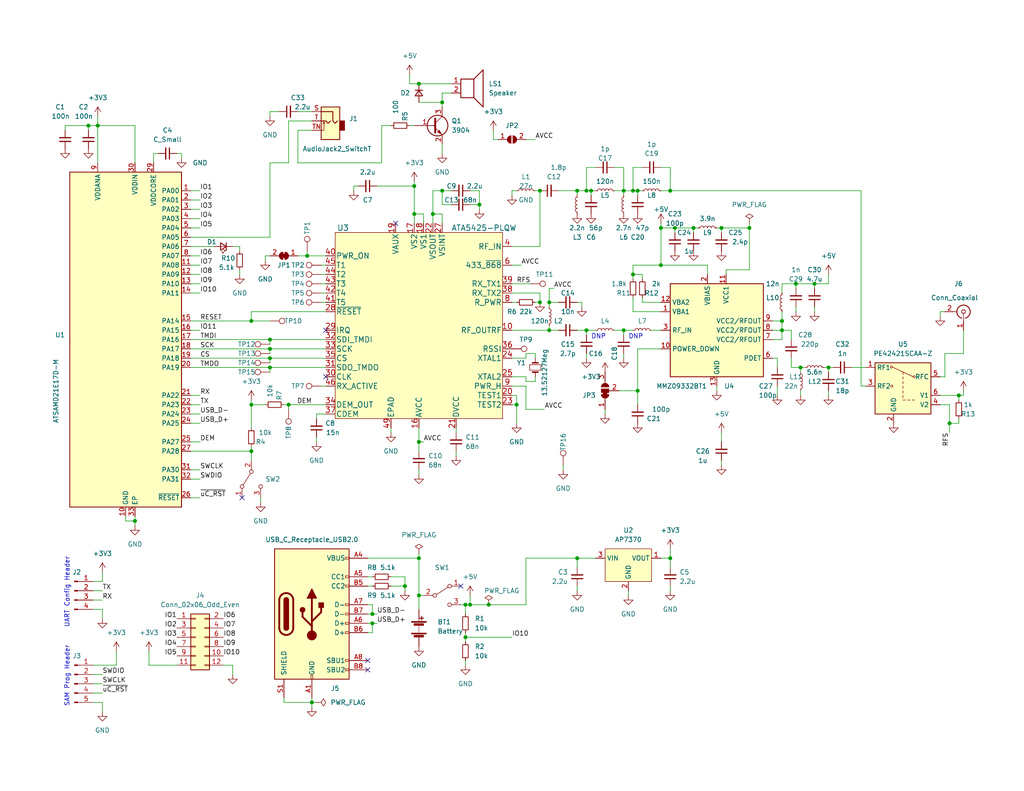
<source format=kicad_sch>
(kicad_sch (version 20230121) (generator eeschema)
  (paper "USLetter")
  (title_block (title "BPCW Hardware") (date "2022-09-11") (rev "1") (company "W1MX @ MIT") (comment 1 "Designed by Hans Gaensbauer"))
  (junction (at 196.85 62.23))
  (junction (at 182.88 52.07))
  (junction (at 73.66 97.79))
  (junction (at 133.35 165.1))
  (junction (at 26.67 34.29))
  (junction (at 101.6 167.64))
  (junction (at 120.65 52.07))
  (junction (at 157.48 152.4))
  (junction (at 68.58 110.49))
  (junction (at 170.18 90.17))
  (junction (at 78.74 110.49))
  (junction (at 24.13 34.29))
  (junction (at 114.3 162.56))
  (junction (at 36.83 142.24))
  (junction (at 127 165.1))
  (junction (at 113.03 50.8))
  (junction (at 83.82 69.85))
  (junction (at 101.6 170.18))
  (junction (at 73.66 100.33))
  (junction (at 213.36 87.63))
  (junction (at 184.15 62.23))
  (junction (at 160.02 52.07))
  (junction (at 85.09 191.77))
  (junction (at 147.32 82.55))
  (junction (at 149.86 90.17))
  (junction (at 189.23 62.23))
  (junction (at 114.3 120.65))
  (junction (at 73.66 92.71))
  (junction (at 217.17 77.47))
  (junction (at 182.88 152.4))
  (junction (at 130.81 55.88))
  (junction (at 140.97 110.49))
  (junction (at 173.99 52.07))
  (junction (at 114.3 152.4))
  (junction (at 147.32 52.07))
  (junction (at 259.08 115.57))
  (junction (at 127 173.99))
  (junction (at 180.34 72.39))
  (junction (at 68.58 123.19))
  (junction (at 180.34 62.23))
  (junction (at 128.27 165.1))
  (junction (at 118.11 58.42))
  (junction (at 172.72 74.93))
  (junction (at 170.18 52.07))
  (junction (at 218.44 100.33))
  (junction (at 222.25 77.47))
  (junction (at 73.66 95.25))
  (junction (at 261.62 107.95))
  (junction (at 226.06 100.33))
  (junction (at 204.47 62.23))
  (junction (at 173.99 106.68))
  (junction (at 157.48 52.07))
  (junction (at 113.03 58.42))
  (junction (at 161.29 52.07))
  (junction (at 114.3 22.86))
  (junction (at 110.49 160.02))
  (junction (at 120.65 27.94))
  (junction (at 172.72 52.07))
  (junction (at 149.86 82.55))
  (junction (at 68.58 87.63))
  (junction (at 213.36 90.17))
  (junction (at 160.02 90.17))
  (no_connect (at 66.04 135.89))
  (no_connect (at 88.9 90.17))
  (no_connect (at 88.9 102.87))
  (no_connect (at 125.73 160.02))
  (no_connect (at 107.95 60.96))
  (no_connect (at 100.33 180.34))
  (no_connect (at 100.33 182.88))
  (wire (pts (xy 78.74 110.49) (xy 78.74 111.76)))
  (wire (pts (xy 86.36 119.38) (xy 86.36 120.65)))
  (wire (pts (xy 165.1 111.76) (xy 165.1 113.03)))
  (wire (pts (xy 26.67 34.29) (xy 26.67 44.45)))
  (wire (pts (xy 101.6 167.64) (xy 102.87 167.64)))
  (wire (pts (xy 182.88 45.72) (xy 182.88 52.07)))
  (wire (pts (xy 130.81 55.88) (xy 130.81 57.15)))
  (wire (pts (xy 184.15 62.23) (xy 180.34 62.23)))
  (wire (pts (xy 65.405 73.66) (xy 65.405 74.93)))
  (wire (pts (xy 226.06 100.33) (xy 227.33 100.33)))
  (wire (pts (xy 73.66 44.45) (xy 73.66 64.77)))
  (wire (pts (xy 212.09 105.41) (xy 212.09 107.95)))
  (wire (pts (xy 120.65 52.07) (xy 123.19 52.07)))
  (wire (pts (xy 101.6 170.18) (xy 102.87 170.18)))
  (wire (pts (xy 114.3 162.56) (xy 114.3 166.37)))
  (wire (pts (xy 143.51 96.52) (xy 146.05 96.52)))
  (wire (pts (xy 111.76 34.29) (xy 113.03 34.29)))
  (wire (pts (xy 52.07 130.81) (xy 54.61 130.81)))
  (wire (pts (xy 83.82 69.85) (xy 88.9 69.85)))
  (wire (pts (xy 81.28 30.48) (xy 85.09 30.48)))
  (wire (pts (xy 87.63 77.47) (xy 88.9 77.47)))
  (wire (pts (xy 180.34 85.09) (xy 172.72 85.09)))
  (wire (pts (xy 120.65 58.42) (xy 120.65 60.96)))
  (wire (pts (xy 222.25 77.47) (xy 222.25 78.74)))
  (wire (pts (xy 17.78 35.56) (xy 17.78 34.29)))
  (wire (pts (xy 85.09 190.5) (xy 85.09 191.77)))
  (wire (pts (xy 172.72 45.72) (xy 172.72 52.07)))
  (wire (pts (xy 172.72 72.39) (xy 180.34 72.39)))
  (wire (pts (xy 120.65 55.88) (xy 120.65 52.07)))
  (wire (pts (xy 262.89 96.52) (xy 257.81 96.52)))
  (wire (pts (xy 113.03 58.42) (xy 113.03 60.96)))
  (wire (pts (xy 261.62 107.95) (xy 261.62 109.22)))
  (wire (pts (xy 210.82 87.63) (xy 213.36 87.63)))
  (wire (pts (xy 259.08 115.57) (xy 259.08 118.11)))
  (wire (pts (xy 52.07 90.17) (xy 54.61 90.17)))
  (wire (pts (xy 173.99 95.25) (xy 180.34 95.25)))
  (wire (pts (xy 100.33 157.48) (xy 101.6 157.48)))
  (wire (pts (xy 63.5 181.61) (xy 60.96 181.61)))
  (wire (pts (xy 170.18 52.07) (xy 172.72 52.07)))
  (wire (pts (xy 87.63 82.55) (xy 88.9 82.55)))
  (wire (pts (xy 40.64 177.8) (xy 40.64 181.61)))
  (wire (pts (xy 118.11 52.07) (xy 118.11 58.42)))
  (wire (pts (xy 77.47 190.5) (xy 77.47 191.77)))
  (wire (pts (xy 175.26 81.28) (xy 175.26 82.55)))
  (wire (pts (xy 212.09 97.79) (xy 212.09 100.33)))
  (wire (pts (xy 41.91 41.91) (xy 41.91 44.45)))
  (wire (pts (xy 170.18 96.52) (xy 170.18 97.79)))
  (wire (pts (xy 52.07 52.07) (xy 54.61 52.07)))
  (wire (pts (xy 134.62 35.56) (xy 134.62 38.1)))
  (wire (pts (xy 160.02 45.72) (xy 160.02 52.07)))
  (wire (pts (xy 68.58 110.49) (xy 72.39 110.49)))
  (wire (pts (xy 189.23 62.23) (xy 189.23 63.5)))
  (wire (pts (xy 261.62 115.57) (xy 261.62 114.3)))
  (wire (pts (xy 170.18 45.72) (xy 170.18 52.07)))
  (wire (pts (xy 68.58 85.09) (xy 68.58 87.63)))
  (wire (pts (xy 34.29 142.24) (xy 36.83 142.24)))
  (wire (pts (xy 140.97 107.95) (xy 140.97 110.49)))
  (wire (pts (xy 190.5 62.23) (xy 189.23 62.23)))
  (wire (pts (xy 149.86 78.74) (xy 151.13 78.74)))
  (wire (pts (xy 52.07 92.71) (xy 73.66 92.71)))
  (wire (pts (xy 172.72 81.28) (xy 172.72 85.09)))
  (wire (pts (xy 182.88 160.02) (xy 182.88 161.29)))
  (wire (pts (xy 222.25 85.09) (xy 222.25 83.82)))
  (wire (pts (xy 52.07 80.01) (xy 54.61 80.01)))
  (wire (pts (xy 140.97 110.49) (xy 140.97 115.57)))
  (wire (pts (xy 100.33 167.64) (xy 101.6 167.64)))
  (wire (pts (xy 262.89 106.68) (xy 262.89 107.95)))
  (wire (pts (xy 63.5 184.15) (xy 63.5 181.61)))
  (wire (pts (xy 25.4 186.69) (xy 27.94 186.69)))
  (wire (pts (xy 96.52 52.07) (xy 96.52 50.8)))
  (wire (pts (xy 173.99 110.49) (xy 173.99 106.68)))
  (wire (pts (xy 218.44 100.33) (xy 219.71 100.33)))
  (wire (pts (xy 167.64 90.17) (xy 170.18 90.17)))
  (wire (pts (xy 36.83 34.29) (xy 36.83 44.45)))
  (wire (pts (xy 157.48 52.07) (xy 160.02 52.07)))
  (wire (pts (xy 118.11 60.96) (xy 118.11 58.42)))
  (wire (pts (xy 147.32 80.01) (xy 147.32 82.55)))
  (wire (pts (xy 125.73 165.1) (xy 127 165.1)))
  (wire (pts (xy 31.75 177.8) (xy 31.75 181.61)))
  (wire (pts (xy 162.56 45.72) (xy 160.02 45.72)))
  (wire (pts (xy 101.6 165.1) (xy 101.6 167.64)))
  (wire (pts (xy 100.33 170.18) (xy 101.6 170.18)))
  (wire (pts (xy 27.94 158.75) (xy 25.4 158.75)))
  (wire (pts (xy 114.3 116.84) (xy 114.3 120.65)))
  (wire (pts (xy 213.36 77.47) (xy 213.36 80.01)))
  (wire (pts (xy 24.13 35.56) (xy 24.13 34.29)))
  (wire (pts (xy 52.07 115.57) (xy 54.61 115.57)))
  (wire (pts (xy 52.07 59.69) (xy 54.61 59.69)))
  (wire (pts (xy 149.86 82.55) (xy 152.4 82.55)))
  (wire (pts (xy 218.44 100.33) (xy 218.44 101.6)))
  (wire (pts (xy 153.67 127) (xy 153.67 128.27)))
  (wire (pts (xy 120.65 25.4) (xy 120.65 27.94)))
  (wire (pts (xy 100.33 160.02) (xy 101.6 160.02)))
  (wire (pts (xy 73.66 97.79) (xy 88.9 97.79)))
  (wire (pts (xy 161.29 52.07) (xy 161.29 53.34)))
  (wire (pts (xy 77.47 110.49) (xy 78.74 110.49)))
  (wire (pts (xy 127 165.1) (xy 128.27 165.1)))
  (wire (pts (xy 160.02 90.17) (xy 160.02 91.44)))
  (wire (pts (xy 78.74 44.45) (xy 73.66 44.45)))
  (wire (pts (xy 256.54 85.09) (xy 257.81 85.09)))
  (wire (pts (xy 104.14 34.29) (xy 104.14 44.45)))
  (wire (pts (xy 139.7 80.01) (xy 147.32 80.01)))
  (wire (pts (xy 217.17 77.47) (xy 222.25 77.47)))
  (wire (pts (xy 217.17 77.47) (xy 213.36 77.47)))
  (wire (pts (xy 104.14 34.29) (xy 106.68 34.29)))
  (wire (pts (xy 81.28 35.56) (xy 85.09 35.56)))
  (wire (pts (xy 262.89 90.17) (xy 262.89 96.52)))
  (wire (pts (xy 100.33 152.4) (xy 114.3 152.4)))
  (wire (pts (xy 87.63 80.01) (xy 88.9 80.01)))
  (wire (pts (xy 17.78 34.29) (xy 24.13 34.29)))
  (wire (pts (xy 78.74 110.49) (xy 88.9 110.49)))
  (wire (pts (xy 114.3 22.86) (xy 123.19 22.86)))
  (wire (pts (xy 142.24 72.39) (xy 139.7 72.39)))
  (wire (pts (xy 215.9 92.71) (xy 215.9 90.17)))
  (wire (pts (xy 182.88 152.4) (xy 182.88 154.94)))
  (wire (pts (xy 36.83 140.97) (xy 36.83 142.24)))
  (wire (pts (xy 175.26 74.93) (xy 175.26 76.2)))
  (wire (pts (xy 195.58 105.41) (xy 195.58 106.68)))
  (wire (pts (xy 143.51 102.87) (xy 139.7 102.87)))
  (wire (pts (xy 215.9 90.17) (xy 213.36 90.17)))
  (wire (pts (xy 130.81 52.07) (xy 128.27 52.07)))
  (wire (pts (xy 102.87 50.8) (xy 113.03 50.8)))
  (wire (pts (xy 168.91 106.68) (xy 173.99 106.68)))
  (wire (pts (xy 73.66 100.33) (xy 88.9 100.33)))
  (wire (pts (xy 140.97 82.55) (xy 139.7 82.55)))
  (wire (pts (xy 180.34 45.72) (xy 182.88 45.72)))
  (wire (pts (xy 52.07 113.03) (xy 54.61 113.03)))
  (wire (pts (xy 177.8 90.17) (xy 180.34 90.17)))
  (wire (pts (xy 257.81 96.52) (xy 257.81 102.87)))
  (wire (pts (xy 162.56 52.07) (xy 161.29 52.07)))
  (wire (pts (xy 73.66 100.33) (xy 73.66 101.6)))
  (wire (pts (xy 173.99 52.07) (xy 175.26 52.07)))
  (wire (pts (xy 127 173.99) (xy 127 175.26)))
  (wire (pts (xy 213.36 90.17) (xy 210.82 90.17)))
  (wire (pts (xy 49.53 41.91) (xy 48.26 41.91)))
  (wire (pts (xy 85.09 191.77) (xy 86.36 191.77)))
  (wire (pts (xy 149.86 88.9) (xy 149.86 90.17)))
  (wire (pts (xy 87.63 105.41) (xy 88.9 105.41)))
  (wire (pts (xy 256.54 86.36) (xy 256.54 85.09)))
  (wire (pts (xy 72.39 69.85) (xy 73.66 69.85)))
  (wire (pts (xy 193.04 72.39) (xy 193.04 74.93)))
  (wire (pts (xy 114.3 120.65) (xy 115.57 120.65)))
  (wire (pts (xy 113.03 50.8) (xy 113.03 58.42)))
  (wire (pts (xy 87.63 72.39) (xy 88.9 72.39)))
  (wire (pts (xy 259.08 110.49) (xy 259.08 115.57)))
  (wire (pts (xy 146.05 82.55) (xy 147.32 82.55)))
  (wire (pts (xy 87.63 74.93) (xy 88.9 74.93)))
  (wire (pts (xy 158.75 83.82) (xy 158.75 82.55)))
  (wire (pts (xy 27.94 161.29) (xy 25.4 161.29)))
  (wire (pts (xy 139.7 52.07) (xy 140.97 52.07)))
  (wire (pts (xy 27.94 194.31) (xy 27.94 191.77)))
  (wire (pts (xy 52.07 107.95) (xy 54.61 107.95)))
  (wire (pts (xy 210.82 92.71) (xy 213.36 92.71)))
  (wire (pts (xy 217.17 78.74) (xy 217.17 77.47)))
  (wire (pts (xy 73.66 95.25) (xy 88.9 95.25)))
  (wire (pts (xy 180.34 52.07) (xy 182.88 52.07)))
  (wire (pts (xy 123.19 55.88) (xy 120.65 55.88)))
  (wire (pts (xy 261.62 107.95) (xy 262.89 107.95)))
  (wire (pts (xy 68.58 123.19) (xy 52.07 123.19)))
  (wire (pts (xy 213.36 87.63) (xy 213.36 90.17)))
  (wire (pts (xy 52.07 67.31) (xy 58.42 67.31)))
  (wire (pts (xy 86.36 113.03) (xy 86.36 114.3)))
  (wire (pts (xy 160.02 90.17) (xy 162.56 90.17)))
  (wire (pts (xy 147.32 52.07) (xy 147.32 67.31)))
  (wire (pts (xy 71.12 135.89) (xy 71.12 137.16)))
  (wire (pts (xy 128.27 55.88) (xy 130.81 55.88)))
  (wire (pts (xy 25.4 184.15) (xy 27.94 184.15)))
  (wire (pts (xy 149.86 82.55) (xy 149.86 78.74)))
  (wire (pts (xy 139.7 77.47) (xy 144.78 77.47)))
  (wire (pts (xy 172.72 74.93) (xy 172.72 76.2)))
  (wire (pts (xy 124.46 124.46) (xy 124.46 123.19)))
  (wire (pts (xy 257.81 102.87) (xy 256.54 102.87)))
  (wire (pts (xy 127 180.34) (xy 127 181.61)))
  (wire (pts (xy 68.58 121.92) (xy 68.58 123.19)))
  (wire (pts (xy 173.99 106.68) (xy 173.99 95.25)))
  (wire (pts (xy 52.07 95.25) (xy 73.66 95.25)))
  (wire (pts (xy 73.66 30.48) (xy 76.2 30.48)))
  (wire (pts (xy 157.48 82.55) (xy 158.75 82.55)))
  (wire (pts (xy 149.86 82.55) (xy 149.86 83.82)))
  (wire (pts (xy 170.18 90.17) (xy 170.18 91.44)))
  (wire (pts (xy 73.66 92.71) (xy 88.9 92.71)))
  (wire (pts (xy 196.85 62.23) (xy 196.85 63.5)))
  (wire (pts (xy 68.58 125.73) (xy 68.58 123.19)))
  (wire (pts (xy 204.47 73.66) (xy 204.47 62.23)))
  (wire (pts (xy 27.94 191.77) (xy 25.4 191.77)))
  (wire (pts (xy 175.26 82.55) (xy 180.34 82.55)))
  (wire (pts (xy 175.26 45.72) (xy 172.72 45.72)))
  (wire (pts (xy 182.88 149.86) (xy 182.88 152.4)))
  (wire (pts (xy 27.94 156.21) (xy 27.94 158.75)))
  (wire (pts (xy 180.34 62.23) (xy 180.34 72.39)))
  (wire (pts (xy 139.7 105.41) (xy 143.51 105.41)))
  (wire (pts (xy 160.02 52.07) (xy 161.29 52.07)))
  (wire (pts (xy 81.28 69.85) (xy 83.82 69.85)))
  (wire (pts (xy 180.34 152.4) (xy 182.88 152.4)))
  (wire (pts (xy 236.22 105.41) (xy 234.95 105.41)))
  (wire (pts (xy 196.85 127) (xy 196.85 125.73)))
  (wire (pts (xy 195.58 62.23) (xy 196.85 62.23)))
  (wire (pts (xy 52.07 64.77) (xy 73.66 64.77)))
  (wire (pts (xy 77.47 191.77) (xy 85.09 191.77)))
  (wire (pts (xy 88.9 113.03) (xy 86.36 113.03)))
  (wire (pts (xy 167.64 45.72) (xy 170.18 45.72)))
  (wire (pts (xy 52.07 57.15) (xy 54.61 57.15)))
  (wire (pts (xy 72.39 69.85) (xy 72.39 71.12)))
  (wire (pts (xy 146.05 104.14) (xy 143.51 104.14)))
  (wire (pts (xy 36.83 142.24) (xy 36.83 143.51)))
  (wire (pts (xy 115.57 58.42) (xy 115.57 60.96)))
  (wire (pts (xy 189.23 62.23) (xy 184.15 62.23)))
  (wire (pts (xy 73.66 92.71) (xy 73.66 93.98)))
  (wire (pts (xy 210.82 97.79) (xy 212.09 97.79)))
  (wire (pts (xy 100.33 165.1) (xy 101.6 165.1)))
  (wire (pts (xy 113.03 58.42) (xy 115.57 58.42)))
  (wire (pts (xy 256.54 110.49) (xy 259.08 110.49)))
  (wire (pts (xy 52.07 110.49) (xy 54.61 110.49)))
  (wire (pts (xy 182.88 52.07) (xy 234.95 52.07)))
  (wire (pts (xy 26.67 31.75) (xy 26.67 34.29)))
  (wire (pts (xy 52.07 87.63) (xy 68.58 87.63)))
  (wire (pts (xy 114.3 152.4) (xy 114.3 162.56)))
  (wire (pts (xy 143.51 97.79) (xy 143.51 96.52)))
  (wire (pts (xy 68.58 85.09) (xy 88.9 85.09)))
  (wire (pts (xy 65.405 67.31) (xy 65.405 68.58)))
  (wire (pts (xy 52.07 77.47) (xy 54.61 77.47)))
  (wire (pts (xy 232.41 100.33) (xy 236.22 100.33)))
  (wire (pts (xy 172.72 52.07) (xy 173.99 52.07)))
  (wire (pts (xy 198.12 73.66) (xy 204.47 73.66)))
  (wire (pts (xy 157.48 160.02) (xy 157.48 161.29)))
  (wire (pts (xy 43.18 41.91) (xy 41.91 41.91)))
  (wire (pts (xy 113.03 49.53) (xy 113.03 50.8)))
  (wire (pts (xy 52.07 62.23) (xy 54.61 62.23)))
  (wire (pts (xy 149.86 90.17) (xy 152.4 90.17)))
  (wire (pts (xy 127 172.72) (xy 127 173.99)))
  (wire (pts (xy 157.48 52.07) (xy 157.48 53.34)))
  (wire (pts (xy 68.58 110.49) (xy 68.58 116.84)))
  (wire (pts (xy 146.05 52.07) (xy 147.32 52.07)))
  (wire (pts (xy 25.4 189.23) (xy 27.94 189.23)))
  (wire (pts (xy 120.65 39.37) (xy 120.65 41.91)))
  (wire (pts (xy 215.9 100.33) (xy 218.44 100.33)))
  (wire (pts (xy 157.48 152.4) (xy 162.56 152.4)))
  (wire (pts (xy 49.53 43.18) (xy 49.53 41.91)))
  (wire (pts (xy 123.19 25.4) (xy 120.65 25.4)))
  (wire (pts (xy 118.11 58.42) (xy 120.65 58.42)))
  (wire (pts (xy 68.58 87.63) (xy 73.66 87.63)))
  (wire (pts (xy 234.95 52.07) (xy 234.95 105.41)))
  (wire (pts (xy 196.85 118.11) (xy 196.85 120.65)))
  (wire (pts (xy 52.07 97.79) (xy 73.66 97.79)))
  (wire (pts (xy 217.17 83.82) (xy 217.17 85.09)))
  (wire (pts (xy 139.7 107.95) (xy 140.97 107.95)))
  (wire (pts (xy 184.15 62.23) (xy 184.15 63.5)))
  (wire (pts (xy 36.83 34.29) (xy 26.67 34.29)))
  (wire (pts (xy 128.27 162.56) (xy 128.27 165.1)))
  (wire (pts (xy 96.52 50.8) (xy 97.79 50.8)))
  (wire (pts (xy 120.65 27.94) (xy 120.65 29.21)))
  (wire (pts (xy 114.3 27.94) (xy 120.65 27.94)))
  (wire (pts (xy 172.72 74.93) (xy 175.26 74.93)))
  (wire (pts (xy 226.06 106.68) (xy 226.06 107.95)))
  (wire (pts (xy 170.18 52.07) (xy 170.18 53.34)))
  (wire (pts (xy 115.57 162.56) (xy 114.3 162.56)))
  (wire (pts (xy 204.47 60.96) (xy 204.47 62.23)))
  (wire (pts (xy 256.54 107.95) (xy 261.62 107.95)))
  (wire (pts (xy 83.82 68.58) (xy 83.82 69.85)))
  (wire (pts (xy 52.07 100.33) (xy 73.66 100.33)))
  (wire (pts (xy 52.07 120.65) (xy 54.61 120.65)))
  (wire (pts (xy 140.97 110.49) (xy 139.7 110.49)))
  (wire (pts (xy 139.7 53.34) (xy 139.7 52.07)))
  (wire (pts (xy 34.29 140.97) (xy 34.29 142.24)))
  (wire (pts (xy 146.05 96.52) (xy 146.05 97.79)))
  (wire (pts (xy 157.48 152.4) (xy 157.48 154.94)))
  (wire (pts (xy 52.07 72.39) (xy 54.61 72.39)))
  (wire (pts (xy 127 165.1) (xy 127 167.64)))
  (wire (pts (xy 213.36 90.17) (xy 213.36 92.71)))
  (wire (pts (xy 157.48 90.17) (xy 160.02 90.17)))
  (wire (pts (xy 106.68 116.84) (xy 106.68 118.11)))
  (wire (pts (xy 81.28 35.56) (xy 81.28 44.45)))
  (wire (pts (xy 218.44 106.68) (xy 218.44 107.95)))
  (wire (pts (xy 139.7 97.79) (xy 143.51 97.79)))
  (wire (pts (xy 114.3 120.65) (xy 114.3 123.19)))
  (wire (pts (xy 180.34 72.39) (xy 193.04 72.39)))
  (wire (pts (xy 73.66 30.48) (xy 73.66 31.75)))
  (wire (pts (xy 85.09 191.77) (xy 85.09 193.04)))
  (wire (pts (xy 134.62 38.1) (xy 135.89 38.1)))
  (wire (pts (xy 143.51 165.1) (xy 133.35 165.1)))
  (wire (pts (xy 114.3 129.54) (xy 114.3 128.27)))
  (wire (pts (xy 146.05 102.87) (xy 146.05 104.14)))
  (wire (pts (xy 124.46 116.84) (xy 124.46 118.11)))
  (wire (pts (xy 139.7 90.17) (xy 149.86 90.17)))
  (wire (pts (xy 106.68 157.48) (xy 110.49 157.48)))
  (wire (pts (xy 81.28 44.45) (xy 104.14 44.45)))
  (wire (pts (xy 52.07 69.85) (xy 54.61 69.85)))
  (wire (pts (xy 111.76 20.32) (xy 111.76 22.86)))
  (wire (pts (xy 73.66 95.25) (xy 73.66 96.52)))
  (wire (pts (xy 259.08 115.57) (xy 261.62 115.57)))
  (wire (pts (xy 215.9 100.33) (xy 215.9 97.79)))
  (wire (pts (xy 173.99 52.07) (xy 173.99 53.34)))
  (wire (pts (xy 152.4 52.07) (xy 157.48 52.07)))
  (wire (pts (xy 52.07 135.89) (xy 54.61 135.89)))
  (wire (pts (xy 204.47 62.23) (xy 196.85 62.23)))
  (wire (pts (xy 226.06 100.33) (xy 226.06 101.6)))
  (wire (pts (xy 31.75 181.61) (xy 25.4 181.61)))
  (wire (pts (xy 172.72 72.39) (xy 172.72 74.93)))
  (wire (pts (xy 78.74 33.02) (xy 78.74 44.45)))
  (wire (pts (xy 24.13 34.29) (xy 26.67 34.29)))
  (wire (pts (xy 101.6 170.18) (xy 101.6 172.72)))
  (wire (pts (xy 147.32 67.31) (xy 139.7 67.31)))
  (wire (pts (xy 226.06 74.93) (xy 226.06 77.47)))
  (wire (pts (xy 213.36 85.09) (xy 213.36 87.63)))
  (wire (pts (xy 110.49 157.48) (xy 110.49 160.02)))
  (wire (pts (xy 171.45 161.29) (xy 171.45 162.56)))
  (wire (pts (xy 78.74 33.02) (xy 85.09 33.02)))
  (wire (pts (xy 160.02 96.52) (xy 160.02 97.79)))
  (wire (pts (xy 68.58 109.22) (xy 68.58 110.49)))
  (wire (pts (xy 52.07 74.93) (xy 54.61 74.93)))
  (wire (pts (xy 143.51 38.1) (xy 146.05 38.1)))
  (wire (pts (xy 133.35 165.1) (xy 128.27 165.1)))
  (wire (pts (xy 100.33 172.72) (xy 101.6 172.72)))
  (wire (pts (xy 170.18 90.17) (xy 172.72 90.17)))
  (wire (pts (xy 118.11 52.07) (xy 120.65 52.07)))
  (wire (pts (xy 130.81 52.07) (xy 130.81 55.88)))
  (wire (pts (xy 25.4 166.37) (xy 27.94 166.37)))
  (wire (pts (xy 106.68 160.02) (xy 110.49 160.02)))
  (wire (pts (xy 73.66 97.79) (xy 73.66 99.06)))
  (wire (pts (xy 111.76 22.86) (xy 114.3 22.86)))
  (wire (pts (xy 27.94 166.37) (xy 27.94 168.91)))
  (wire (pts (xy 110.49 160.02) (xy 110.49 161.29)))
  (wire (pts (xy 167.64 52.07) (xy 170.18 52.07)))
  (wire (pts (xy 63.5 67.31) (xy 65.405 67.31)))
  (wire (pts (xy 52.07 54.61) (xy 54.61 54.61)))
  (wire (pts (xy 143.51 152.4) (xy 143.51 165.1)))
  (wire (pts (xy 114.3 151.13) (xy 114.3 152.4)))
  (wire (pts (xy 224.79 100.33) (xy 226.06 100.33)))
  (wire (pts (xy 180.34 60.96) (xy 180.34 62.23)))
  (wire (pts (xy 143.51 104.14) (xy 143.51 102.87)))
  (wire (pts (xy 40.64 181.61) (xy 48.26 181.61)))
  (wire (pts (xy 27.94 163.83) (xy 25.4 163.83)))
  (wire (pts (xy 143.51 105.41) (xy 143.51 111.76)))
  (wire (pts (xy 198.12 74.93) (xy 198.12 73.66)))
  (wire (pts (xy 222.25 77.47) (xy 226.06 77.47)))
  (wire (pts (xy 52.07 128.27) (xy 54.61 128.27)))
  (wire (pts (xy 148.59 111.76) (xy 143.51 111.76)))
  (wire (pts (xy 143.51 152.4) (xy 157.48 152.4)))
  (wire (pts (xy 127 173.99) (xy 139.7 173.99)))
  (text "UART Config Header" (at 19.05 171.45 90) (effects (font (size 1.27 1.27)) (justify left bottom)))
  (text "SAM Prog Header" (at 19.05 193.04 90) (effects (font (size 1.27 1.27)) (justify left bottom)))
  (text "DNP" (at 161.29 92.71 0) (effects (font (size 1.27 1.27)) (justify left bottom)))
  (text "DNP" (at 171.45 92.71 0) (effects (font (size 1.27 1.27)) (justify left bottom)))
  (label "AVCC" (at 148.59 111.76 0))
  (label "RX" (at 27.94 163.83 0))
  (label "USB_D-" (at 102.87 167.64 0))
  (label "DEM" (at 54.61 120.65 0))
  (label "CS" (at 54.61 97.79 0))
  (label "TMDI" (at 54.61 92.71 0))
  (label "IO10" (at 54.61 80.01 0))
  (label "IO5" (at 48.26 179.07 180))
  (label "DEM" (at 85.09 110.49 180))
  (label "IO1" (at 48.26 168.91 180))
  (label "TX" (at 27.94 161.29 0))
  (label "TX" (at 54.61 110.49 0))
  (label "IO11" (at 54.61 90.17 0))
  (label "IO3" (at 54.61 57.15 0))
  (label "AVCC" (at 142.24 72.39 0))
  (label "IO1" (at 54.61 52.07 0))
  (label "RFS" (at 259.08 118.11 270))
  (label "AVCC" (at 115.57 120.65 0))
  (label "SWCLK" (at 54.61 128.27 0))
  (label "IO2" (at 54.61 54.61 0))
  (label "IO10" (at 60.96 179.07 0))
  (label "AVCC" (at 146.05 38.1 0))
  (label "IO3" (at 48.26 173.99 180))
  (label "SWDIO" (at 27.94 184.15 0))
  (label "RX" (at 54.61 107.95 0))
  (label "IO8" (at 60.96 173.99 0))
  (label "USB_D+" (at 102.87 170.18 0))
  (label "IO5" (at 54.61 62.23 0))
  (label "TMDO" (at 54.61 100.33 0))
  (label "IO9" (at 54.61 77.47 0))
  (label "RFS" (at 140.97 77.47 0))
  (label "AVCC" (at 151.13 78.74 0))
  (label "IO9" (at 60.96 176.53 0))
  (label "IO6" (at 54.61 69.85 0))
  (label "USB_D+" (at 54.61 115.57 0))
  (label "IO4" (at 48.26 176.53 180))
  (label "SWCLK" (at 27.94 186.69 0))
  (label "~{uC_RST}" (at 54.61 135.89 0))
  (label "IO8" (at 54.61 74.93 0))
  (label "~{uC_RST}" (at 27.94 189.23 0))
  (label "SWDIO" (at 54.61 130.81 0))
  (label "IO7" (at 60.96 171.45 0))
  (label "RESET" (at 54.61 87.63 0))
  (label "USB_D-" (at 54.61 113.03 0))
  (label "IO7" (at 54.61 72.39 0))
  (label "SCK" (at 54.61 95.25 0))
  (label "IO6" (at 60.96 168.91 0))
  (label "IO10" (at 139.7 173.99 0))
  (label "IO4" (at 54.61 59.69 0))
  (label "IO2" (at 48.26 171.45 180))
  (symbol (lib_id "Device:C_Small") (at 177.8 45.72 270) (unit 1)
    (property "Reference" "C19" (at 177.8 41.91 90))
    (property "Value" "1p" (at 177.8 39.37 90))
    (property "Footprint" "Capacitor_SMD:C_0402_1005Metric" (effects hide))
  )
  (symbol (lib_id "power:+5V") (at 128.27 162.56 0) (unit 1)
    (property "Reference" "#PWR031" (effects hide))
    (property "Value" "+5V" (at 128.27 157.48 0))
  )
  (symbol (lib_id "Switch:SW_SPDT") (at 120.65 162.56 0) (unit 1)
    (property "Reference" "SW1" (at 120.65 154.94 0))
    (property "Value" "SW_SPDT" (effects hide))
    (property "Footprint" "W1MX:1825232-1" (effects hide))
    (property "Datasheet" "https://www.te.com/commerce/DocumentDelivery/DDEController?Action=srchrtrv&DocNm=1825232&DocType=Customer+Drawing&DocLang=English" (effects hide))
    (property "MPN" "1825232-1" (effects hide))
  )
  (symbol (lib_id "Device:L_Small") (at 165.1 90.17 90) (unit 1)
    (property "Reference" "L4" (at 165.1 87.63 90))
    (property "Value" "0" (effects hide))
    (property "Footprint" "Inductor_SMD:L_0603_1608Metric" (effects hide))
  )
  (symbol (lib_id "power:GND") (at 243.84 115.57 0) (mirror y) (unit 1)
    (property "Reference" "#PWR062" (effects hide))
    (property "Value" "GND" (effects hide))
  )
  (symbol (lib_id "Device:R_Small") (at 68.58 119.38 0) (mirror y) (unit 1)
    (property "Reference" "R4" (at 71.12 120.65 0))
    (property "Value" "10k" (at 72.39 118.11 0))
    (property "Footprint" "Resistor_SMD:R_0402_1005Metric" (effects hide))
  )
  (symbol (lib_id "power:GND") (at 184.15 68.58 0) (mirror y) (unit 1)
    (property "Reference" "#PWR050" (effects hide))
    (property "Value" "GND" (effects hide))
  )
  (symbol (lib_id "power:GND") (at 36.83 143.51 0) (unit 1)
    (property "Reference" "#PWR010" (effects hide))
    (property "Value" "GND" (at 36.83 148.59 0))
  )
  (symbol (lib_id "Device:C_Small") (at 125.73 55.88 270) (mirror x) (unit 1)
    (property "Reference" "C13" (at 123.19 54.61 90))
    (property "Value" "68n" (at 128.27 54.61 90))
    (property "Footprint" "Capacitor_SMD:C_0402_1005Metric" (effects hide))
  )
  (symbol (lib_id "Device:R_Small") (at 172.72 78.74 0) (mirror y) (unit 1)
    (property "Reference" "R11" (at 170.18 80.01 0))
    (property "Value" "1.8k" (at 168.91 77.47 0))
    (property "Footprint" "Resistor_SMD:R_0402_1005Metric" (effects hide))
  )
  (symbol (lib_id "Device:C_Small") (at 184.15 66.04 0) (mirror x) (unit 1)
    (property "Reference" "C23" (at 184.15 58.42 0))
    (property "Value" "100p" (at 184.15 60.96 0))
    (property "Footprint" "Capacitor_SMD:C_0402_1005Metric" (effects hide))
  )
  (symbol (lib_id "power:+5V") (at 196.85 118.11 0) (unit 1)
    (property "Reference" "#PWR054" (effects hide))
    (property "Value" "+5V" (at 196.85 113.03 0))
  )
  (symbol (lib_id "W1MX:AP7370") (at 171.45 154.94 0) (unit 1)
    (property "Reference" "U2" (at 171.45 144.78 0))
    (property "Value" "AP7370" (at 171.45 147.32 0))
    (property "Footprint" "Package_TO_SOT_SMD:SOT-89-3" (effects hide))
    (property "Datasheet" "https://www.diodes.com/assets/Datasheets/AP7370.pdf" (effects hide))
    (property "MFR" "Diodes Incorporated" (effects hide))
    (property "Type" "Linear Regulator" (effects hide))
  )
  (symbol (lib_id "Device:L_Small") (at 165.1 52.07 90) (unit 1)
    (property "Reference" "L5" (at 165.1 53.34 90))
    (property "Value" "120n" (at 165.1 49.53 90))
    (property "Footprint" "Inductor_SMD:L_0603_1608Metric" (effects hide))
  )
  (symbol (lib_id "Device:C_Small") (at 229.87 100.33 270) (unit 1)
    (property "Reference" "C32" (at 229.87 93.98 90))
    (property "Value" "1n" (at 229.87 96.52 90))
    (property "Footprint" "Capacitor_SMD:C_0402_1005Metric" (effects hide))
  )
  (symbol (lib_id "W1MX:ATA5425-PLQW") (at 114.3 87.63 0) (mirror y) (unit 1)
    (property "Reference" "U3" (at 95.25 62.23 0) (effects (font (size 1.524 1.524)) (justify left)))
    (property "Value" "ATA5425-PLQW" (at 140.97 62.23 0) (effects (font (size 1.524 1.524)) (justify left)))
    (property "Footprint" "W1MX:TQFN-48-1EP_7x7mm_P0.5mm_EP5.1x5.1mm_ThermalVias" (effects hide))
    (property "Datasheet" "https://media.digikey.com/pdf/Data%20Sheets/Atmel%20PDFs/ATA5423,5425,5428,5429.pdf" (effects hide))
    (property "MPN" "ATA5425" (effects hide))
    (property "MFR" "Microchip Technology" (effects hide))
  )
  (symbol (lib_id "power:GND") (at 173.99 115.57 0) (mirror y) (unit 1)
    (property "Reference" "#PWR048" (effects hide))
    (property "Value" "GND" (effects hide))
  )
  (symbol (lib_id "power:PWR_FLAG") (at 86.36 191.77 270) (unit 1)
    (property "Reference" "#FLG01" (effects hide))
    (property "Value" "PWR_FLAG" (at 90.17 191.7699 90) (effects (justify left)))
  )
  (symbol (lib_id "Device:C_Small") (at 212.09 102.87 180) (unit 1)
    (property "Reference" "C27" (at 207.01 105.41 0) (effects (justify right)))
    (property "Value" "100p" (at 207.01 107.95 0) (effects (justify right)))
    (property "Footprint" "Capacitor_SMD:C_0402_1005Metric" (effects hide))
  )
  (symbol (lib_id "Device:LED_Small") (at 60.96 67.31 180) (unit 1)
    (property "Reference" "D1" (at 57.785 66.04 0))
    (property "Value" "LED_Small" (effects hide))
    (property "Footprint" "LED_SMD:LED_0603_1608Metric" (effects hide))
  )
  (symbol (lib_id "Device:Crystal_Small") (at 146.05 100.33 270) (mirror x) (unit 1)
    (property "Reference" "Y1" (at 143.51 99.0599 90) (effects (justify right)))
    (property "Value" "13.52127Meg" (at 148.59 95.25 0) (effects (justify right)))
    (property "Footprint" "W1MX:HC49US-SMD" (effects hide))
    (property "Datasheet" "https://abracon.com/Resonators/ABLS.pdf" (effects hide))
    (property "MPN" "ABLS-13.4916MHZ-10-R20-D-T" (effects hide))
  )
  (symbol (lib_id "Device:L_Small") (at 218.44 104.14 0) (mirror x) (unit 1)
    (property "Reference" "L11" (at 217.17 102.87 0))
    (property "Value" "22n" (at 215.9 105.41 0))
    (property "Footprint" "Inductor_SMD:L_0603_1608Metric" (effects hide))
  )
  (symbol (lib_id "power:GND") (at 63.5 184.15 0) (unit 1)
    (property "Reference" "#PWR09" (effects hide))
    (property "Value" "GND" (effects hide))
  )
  (symbol (lib_id "Connector:TestPoint") (at 73.66 96.52 90) (mirror x) (unit 1)
    (property "Reference" "TP13" (at 67.31 96.52 90))
    (property "Value" "TestPoint" (effects hide))
    (property "Footprint" "W1MX:RCU-0603" (effects hide))
  )
  (symbol (lib_id "power:+3.3V") (at 40.64 177.8 0) (unit 1)
    (property "Reference" "#PWR07" (effects hide))
    (property "Value" "+3.3V" (at 40.64 172.72 0))
  )
  (symbol (lib_id "power:GND") (at 196.85 127 0) (unit 1)
    (property "Reference" "#PWR055" (effects hide))
    (property "Value" "GND" (effects hide))
  )
  (symbol (lib_id "Connector:Conn_01x04_Male") (at 20.32 161.29 0) (unit 1)
    (property "Reference" "J2" (at 20.955 156.21 0))
    (property "Value" "Conn_01x04_Male" (effects hide))
    (property "Footprint" "Connector_PinHeader_2.54mm:PinHeader_1x04_P2.54mm_Vertical" (effects hide))
  )
  (symbol (lib_id "power:+3.3V") (at 113.03 49.53 0) (mirror y) (unit 1)
    (property "Reference" "#PWR029" (effects hide))
    (property "Value" "+3.3V" (at 113.03 44.45 0))
  )
  (symbol (lib_id "Device:C_Small") (at 196.85 123.19 180) (unit 1)
    (property "Reference" "C26" (at 191.77 123.19 0))
    (property "Value" "1u" (at 191.77 125.73 0))
    (property "Footprint" "Capacitor_SMD:C_0603_1608Metric" (effects hide))
  )
  (symbol (lib_id "power:GND") (at 226.06 107.95 0) (mirror y) (unit 1)
    (property "Reference" "#PWR061" (effects hide))
    (property "Value" "GND" (effects hide))
  )
  (symbol (lib_id "Device:L_Small") (at 149.86 86.36 0) (unit 1)
    (property "Reference" "L2" (at 151.13 87.63 0) (effects (justify left)))
    (property "Value" "120n" (at 144.78 87.63 0) (effects (justify left)))
    (property "Footprint" "Inductor_SMD:L_0603_1608Metric" (effects hide))
  )
  (symbol (lib_id "power:+3.3V") (at 262.89 106.68 0) (mirror y) (unit 1)
    (property "Reference" "#PWR063" (effects hide))
    (property "Value" "+3.3V" (at 262.89 101.6 0))
  )
  (symbol (lib_id "Device:Q_NPN_BEC") (at 118.11 34.29 0) (unit 1)
    (property "Reference" "Q1" (at 123.19 33.0199 0) (effects (justify left)))
    (property "Value" "3904" (at 123.19 35.5599 0) (effects (justify left)))
    (property "Footprint" "Package_TO_SOT_SMD:SOT-23" (effects hide))
  )
  (symbol (lib_id "power:GND") (at 139.7 53.34 0) (mirror y) (unit 1)
    (property "Reference" "#PWR033" (effects hide))
    (property "Value" "GND" (at 143.51 54.61 0))
  )
  (symbol (lib_id "power:GND") (at 182.88 161.29 0) (unit 1)
    (property "Reference" "#PWR017" (effects hide))
    (property "Value" "GND" (at 182.88 166.37 0))
  )
  (symbol (lib_id "power:GND") (at 71.12 137.16 0) (mirror y) (unit 1)
    (property "Reference" "#PWR019" (effects hide))
    (property "Value" "GND" (at 71.12 142.24 0))
  )
  (symbol (lib_id "Connector:TestPoint") (at 78.74 111.76 0) (mirror x) (unit 1)
    (property "Reference" "TP8" (at 78.74 118.11 90))
    (property "Value" "TestPoint" (effects hide))
    (property "Footprint" "W1MX:RCU-0603" (effects hide))
  )
  (symbol (lib_id "power:GND") (at 222.25 85.09 0) (mirror y) (unit 1)
    (property "Reference" "#PWR059" (effects hide))
    (property "Value" "GND" (effects hide))
  )
  (symbol (lib_id "power:+3.3V") (at 68.58 109.22 0) (mirror y) (unit 1)
    (property "Reference" "#PWR018" (effects hide))
    (property "Value" "+3.3V" (at 68.58 104.14 0))
  )
  (symbol (lib_id "Jumper:SolderJumper_2_Open") (at 139.7 38.1 0) (unit 1)
    (property "Reference" "JP2" (at 139.7 34.29 0))
    (property "Value" "SolderJumper_2_Open" (effects hide))
    (property "Footprint" "Resistor_SMD:R_0402_1005Metric" (effects hide))
  )
  (symbol (lib_id "power:GND") (at 170.18 58.42 0) (mirror y) (unit 1)
    (property "Reference" "#PWR045" (effects hide))
    (property "Value" "GND" (effects hide))
  )
  (symbol (lib_id "power:GND") (at 72.39 71.12 0) (mirror y) (unit 1)
    (property "Reference" "#PWR020" (effects hide))
    (property "Value" "GND" (at 72.39 76.2 0))
  )
  (symbol (lib_id "Device:R_Small") (at 74.93 110.49 90) (mirror x) (unit 1)
    (property "Reference" "R7" (at 76.2 107.95 0))
    (property "Value" "10k" (at 73.66 106.68 0))
    (property "Footprint" "Resistor_SMD:R_0402_1005Metric" (effects hide))
  )
  (symbol (lib_id "Device:D_Small") (at 114.3 25.4 270) (unit 1)
    (property "Reference" "D2" (at 109.22 25.4 90) (effects (justify left)))
    (property "Value" "D_Small" (effects hide))
    (property "Footprint" "Diode_SMD:D_SOD-323" (effects hide))
  )
  (symbol (lib_id "power:GND") (at 171.45 162.56 0) (unit 1)
    (property "Reference" "#PWR014" (effects hide))
    (property "Value" "GND" (at 171.45 167.64 0))
  )
  (symbol (lib_id "power:GND") (at 218.44 107.95 0) (mirror y) (unit 1)
    (property "Reference" "#PWR058" (effects hide))
    (property "Value" "GND" (effects hide))
  )
  (symbol (lib_id "power:+3.3V") (at 165.1 101.6 0) (mirror y) (unit 1)
    (property "Reference" "#PWR015" (effects hide))
    (property "Value" "+3.3V" (at 161.29 102.87 0))
  )
  (symbol (lib_id "Jumper:SolderJumper_2_Bridged") (at 77.47 69.85 0) (mirror y) (unit 1)
    (property "Reference" "JP1" (at 77.47 72.39 0))
    (property "Value" "SolderJumper_2_Bridged" (effects hide))
    (property "Footprint" "Jumper:SolderJumper-2_P1.3mm_Bridged_Pad1.0x1.5mm" (effects hide))
  )
  (symbol (lib_id "power:GND") (at 189.23 68.58 0) (mirror y) (unit 1)
    (property "Reference" "#PWR051" (effects hide))
    (property "Value" "GND" (effects hide))
  )
  (symbol (lib_id "power:GND") (at 165.1 113.03 0) (mirror y) (unit 1)
    (property "Reference" "#PWR064" (effects hide))
    (property "Value" "GND" (effects hide))
  )
  (symbol (lib_id "Device:L_Small") (at 157.48 55.88 180) (unit 1)
    (property "Reference" "L3" (at 157.48 64.77 0))
    (property "Value" "2.2n" (at 157.48 62.23 0))
    (property "Footprint" "Inductor_SMD:L_0603_1608Metric" (effects hide))
  )
  (symbol (lib_id "power:GND") (at 114.3 129.54 0) (mirror y) (unit 1)
    (property "Reference" "#PWR030" (effects hide))
    (property "Value" "GND" (effects hide))
  )
  (symbol (lib_id "Device:C_Small") (at 124.46 120.65 180) (unit 1)
    (property "Reference" "C11" (at 127 119.3735 0) (effects (justify right)))
    (property "Value" "68n" (at 127 121.9135 0) (effects (justify right)))
    (property "Footprint" "Capacitor_SMD:C_0402_1005Metric" (effects hide))
  )
  (symbol (lib_id "power:GND") (at 158.75 83.82 0) (unit 1)
    (property "Reference" "#PWR043" (effects hide))
    (property "Value" "GND" (effects hide))
  )
  (symbol (lib_id "Connector:TestPoint") (at 87.63 74.93 90) (mirror x) (unit 1)
    (property "Reference" "TP3" (at 81.28 74.93 90))
    (property "Value" "TestPoint" (effects hide))
    (property "Footprint" "W1MX:RCU-0603" (effects hide))
  )
  (symbol (lib_id "power:GND") (at 96.52 52.07 0) (mirror y) (unit 1)
    (property "Reference" "#PWR024" (effects hide))
    (property "Value" "GND" (effects hide))
  )
  (symbol (lib_id "power:GND") (at 27.94 168.91 0) (unit 1)
    (property "Reference" "#PWR035" (effects hide))
    (property "Value" "GND" (effects hide))
  )
  (symbol (lib_id "Device:R_Small") (at 127 177.8 0) (unit 1)
    (property "Reference" "R2" (at 129.54 176.5299 0) (effects (justify left)))
    (property "Value" "10k" (at 129.54 179.0699 0) (effects (justify left)))
    (property "Footprint" "Resistor_SMD:R_0402_1005Metric" (effects hide))
  )
  (symbol (lib_id "power:GND") (at 114.3 176.53 0) (unit 1)
    (property "Reference" "#PWR03" (effects hide))
    (property "Value" "GND" (at 114.3 181.61 0))
  )
  (symbol (lib_id "power:GND") (at 196.85 68.58 0) (mirror y) (unit 1)
    (property "Reference" "#PWR053" (effects hide))
    (property "Value" "GND" (effects hide))
  )
  (symbol (lib_id "Device:R_Small") (at 104.14 157.48 90) (unit 1)
    (property "Reference" "R8" (at 102.87 154.94 90) (effects (justify left)))
    (property "Value" "5.1k" (at 107.95 154.94 90) (effects (justify left)))
    (property "Footprint" "Resistor_SMD:R_0402_1005Metric" (effects hide))
  )
  (symbol (lib_id "power:GND") (at 195.58 106.68 0) (unit 1)
    (property "Reference" "#PWR052" (effects hide))
    (property "Value" "GND" (effects hide))
  )
  (symbol (lib_id "Device:C_Small") (at 161.29 55.88 180) (unit 1)
    (property "Reference" "C6" (at 161.29 64.77 0))
    (property "Value" "56p" (at 162.56 62.23 0))
    (property "Footprint" "Capacitor_SMD:C_0402_1005Metric" (effects hide))
  )
  (symbol (lib_id "power:PWR_FLAG") (at 133.35 165.1 0) (unit 1)
    (property "Reference" "#FLG0101" (effects hide))
    (property "Value" "PWR_FLAG" (at 132.08 161.29 0) (effects (justify left)))
  )
  (symbol (lib_id "Device:C_Small") (at 222.25 81.28 180) (unit 1)
    (property "Reference" "C30" (at 222.25 73.66 0))
    (property "Value" "4.7u" (at 222.25 76.2 0))
    (property "Footprint" "Capacitor_SMD:C_0603_1608Metric" (effects hide))
  )
  (symbol (lib_id "Device:L_Small") (at 177.8 52.07 90) (unit 1)
    (property "Reference" "L8" (at 177.8 53.34 90))
    (property "Value" "150n" (at 177.8 49.53 90))
    (property "Footprint" "Inductor_SMD:L_0603_1608Metric" (effects hide))
  )
  (symbol (lib_id "Device:C_Small") (at 78.74 30.48 90) (mirror x) (unit 1)
    (property "Reference" "C33" (at 81.28 26.67 90))
    (property "Value" "2.2u" (at 82.55 29.21 90))
    (property "Footprint" "Capacitor_SMD:C_0603_1608Metric" (effects hide))
  )
  (symbol (lib_id "Connector:TestPoint") (at 87.63 77.47 90) (mirror x) (unit 1)
    (property "Reference" "TP4" (at 81.28 77.47 90))
    (property "Value" "TestPoint" (effects hide))
    (property "Footprint" "W1MX:RCU-0603" (effects hide))
  )
  (symbol (lib_id "Device:C_Small") (at 100.33 50.8 270) (mirror x) (unit 1)
    (property "Reference" "C7" (at 100.33 54.61 90))
    (property "Value" "2.2u" (at 100.3237 46.99 90))
    (property "Footprint" "Capacitor_SMD:C_0603_1608Metric" (effects hide))
  )
  (symbol (lib_id "Device:R_Small") (at 143.51 82.55 270) (mirror x) (unit 1)
    (property "Reference" "R6" (at 139.7 85.09 90))
    (property "Value" "22k" (at 143.51 85.09 90))
    (property "Footprint" "Resistor_SMD:R_0402_1005Metric" (effects hide))
  )
  (symbol (lib_id "Device:L_Small") (at 175.26 90.17 90) (unit 1)
    (property "Reference" "L7" (at 175.26 87.63 90))
    (property "Value" "3.9n" (effects hide))
    (property "Footprint" "Inductor_SMD:L_0603_1608Metric" (effects hide))
  )
  (symbol (lib_id "power:GND") (at 73.66 31.75 0) (mirror y) (unit 1)
    (property "Reference" "#PWR013" (effects hide))
    (property "Value" "GND" (at 73.66 36.83 0))
  )
  (symbol (lib_id "power:GND") (at 24.13 40.64 0) (mirror y) (unit 1)
    (property "Reference" "#PWR05" (effects hide))
    (property "Value" "GND" (effects hide))
  )
  (symbol (lib_id "Device:C_Small") (at 157.48 157.48 0) (mirror x) (unit 1)
    (property "Reference" "C3" (at 154.94 156.2035 0) (effects (justify right)))
    (property "Value" "2.2u" (at 154.94 158.7435 0) (effects (justify right)))
    (property "Footprint" "Capacitor_SMD:C_0603_1608Metric" (effects hide))
  )
  (symbol (lib_id "power:+5V") (at 111.76 20.32 0) (unit 1)
    (property "Reference" "#PWR0101" (effects hide))
    (property "Value" "+5V" (at 111.76 15.24 0))
  )
  (symbol (lib_id "Device:C_Small") (at 125.73 52.07 270) (mirror x) (unit 1)
    (property "Reference" "C9" (at 123.19 50.8 90))
    (property "Value" "2.2u" (at 129.54 50.8 90))
    (property "Footprint" "Capacitor_SMD:C_0603_1608Metric" (effects hide))
  )
  (symbol (lib_id "Jumper:SolderJumper_3_Bridged12") (at 165.1 106.68 90) (unit 1)
    (property "Reference" "JP3" (at 162.56 107.9501 90) (effects (justify left)))
    (property "Value" "SolderJumper_3_Bridged12" (effects hide))
    (property "Footprint" "Jumper:SolderJumper-3_P1.3mm_Bridged12_Pad1.0x1.5mm" (effects hide))
  )
  (symbol (lib_id "Connector:TestPoint") (at 87.63 82.55 90) (mirror x) (unit 1)
    (property "Reference" "TP6" (at 81.28 82.55 90))
    (property "Value" "TestPoint" (effects hide))
    (property "Footprint" "W1MX:RCU-0603" (effects hide))
  )
  (symbol (lib_id "Device:R_Small") (at 127 170.18 0) (unit 1)
    (property "Reference" "R1" (at 129.54 168.9099 0) (effects (justify left)))
    (property "Value" "10k" (at 129.54 171.4499 0) (effects (justify left)))
    (property "Footprint" "Resistor_SMD:R_0402_1005Metric" (effects hide))
  )
  (symbol (lib_id "power:GND") (at 110.49 161.29 0) (unit 1)
    (property "Reference" "#PWR026" (effects hide))
    (property "Value" "GND" (effects hide))
  )
  (symbol (lib_id "power:GND") (at 49.53 43.18 0) (mirror y) (unit 1)
    (property "Reference" "#PWR012" (effects hide))
    (property "Value" "GND" (at 54.61 44.45 0))
  )
  (symbol (lib_id "power:GND") (at 27.94 194.31 0) (unit 1)
    (property "Reference" "#PWR01" (effects hide))
    (property "Value" "GND" (at 27.94 199.39 0))
  )
  (symbol (lib_id "Connector:TestPoint") (at 73.66 101.6 90) (mirror x) (unit 1)
    (property "Reference" "TP15" (at 67.31 101.6 90))
    (property "Value" "TestPoint" (effects hide))
    (property "Footprint" "W1MX:RCU-0603" (effects hide))
  )
  (symbol (lib_id "power:GND") (at 160.02 97.79 0) (mirror y) (unit 1)
    (property "Reference" "#PWR041" (effects hide))
    (property "Value" "GND" (effects hide))
  )
  (symbol (lib_id "power:GND") (at 130.81 57.15 0) (mirror y) (unit 1)
    (property "Reference" "#PWR027" (effects hide))
    (property "Value" "GND" (effects hide))
  )
  (symbol (lib_id "power:GND") (at 170.18 97.79 0) (mirror y) (unit 1)
    (property "Reference" "#PWR046" (effects hide))
    (property "Value" "GND" (effects hide))
  )
  (symbol (lib_id "Connector:TestPoint") (at 73.66 87.63 270) (mirror x) (unit 1)
    (property "Reference" "TP10" (at 80.01 87.63 90))
    (property "Value" "TestPoint" (effects hide))
    (property "Footprint" "W1MX:RCU-0603" (effects hide))
  )
  (symbol (lib_id "power:GND") (at 217.17 85.09 0) (mirror y) (unit 1)
    (property "Reference" "#PWR057" (effects hide))
    (property "Value" "GND" (effects hide))
  )
  (symbol (lib_id "Connector:TestPoint") (at 73.66 99.06 90) (mirror x) (unit 1)
    (property "Reference" "TP14" (at 67.31 99.06 90))
    (property "Value" "TestPoint" (effects hide))
    (property "Footprint" "W1MX:RCU-0603" (effects hide))
  )
  (symbol (lib_id "Device:C_Small") (at 165.1 45.72 270) (unit 1)
    (property "Reference" "C17" (at 165.1 43.18 90))
    (property "Value" "1p" (at 165.1 40.64 90))
    (property "Footprint" "Capacitor_SMD:C_0402_1005Metric" (effects hide))
  )
  (symbol (lib_id "Device:L_Small") (at 193.04 62.23 90) (unit 1)
    (property "Reference" "L9" (at 193.04 63.5 90))
    (property "Value" "3.9n" (at 193.04 59.69 90))
    (property "Footprint" "Inductor_SMD:L_0603_1608Metric" (effects hide))
  )
  (symbol (lib_id "W1MX:PE42421SCAA-Z") (at 246.38 105.41 0) (mirror y) (unit 1)
    (property "Reference" "U5" (at 246.38 93.98 0))
    (property "Value" "PE42421SCAA-Z" (at 246.38 96.52 0))
    (property "Footprint" "Package_TO_SOT_SMD:SOT-363_SC-70-6" (effects hide))
    (property "Datasheet" "https://www.psemi.com/pdf/datasheets/pe42421ds.pdf" (effects hide))
    (property "MPN" "PE42421SCAA-Z" (effects hide))
    (property "MFR" "pSemi" (effects hide))
  )
  (symbol (lib_id "Connector:TestPoint") (at 87.63 72.39 90) (mirror x) (unit 1)
    (property "Reference" "TP2" (at 81.28 72.39 90))
    (property "Value" "TestPoint" (effects hide))
    (property "Footprint" "W1MX:RCU-0603" (effects hide))
  )
  (symbol (lib_id "Device:C_Small") (at 173.99 113.03 0) (mirror x) (unit 1)
    (property "Reference" "C21" (at 180.34 114.3 0) (effects (justify right)))
    (property "Value" "100p" (at 182.88 111.76 0) (effects (justify right)))
    (property "Footprint" "Capacitor_SMD:C_0402_1005Metric" (effects hide))
  )
  (symbol (lib_id "Device:R_Small") (at 261.62 111.76 0) (unit 1)
    (property "Reference" "R13" (at 264.16 113.03 0))
    (property "Value" "1k" (at 264.16 110.49 0))
    (property "Footprint" "Resistor_SMD:R_0402_1005Metric" (effects hide))
  )
  (symbol (lib_id "Connector:TestPoint") (at 153.67 127 0) (mirror y) (unit 1)
    (property "Reference" "TP16" (at 153.67 120.65 90))
    (property "Value" "TestPoint" (effects hide))
    (property "Footprint" "W1MX:RCU-0603" (effects hide))
  )
  (symbol (lib_id "Switch:SW_SPDT") (at 68.58 130.81 90) (mirror x) (unit 1)
    (property "Reference" "SW2" (at 72.39 130.8099 90) (effects (justify right)))
    (property "Value" "SW_SPDT" (effects hide))
    (property "Footprint" "W1MX:SS0750301F040P1A-Sideways" (effects hide))
    (property "Datasheet" "https://www.te.com/commerce/DocumentDelivery/DDEController?Action=srchrtrv&DocNm=1825232&DocType=Customer+Drawing&DocLang=English" (effects hide))
    (property "MPN" "1825232-1" (effects hide))
  )
  (symbol (lib_id "Device:C_Small") (at 154.94 90.17 270) (mirror x) (unit 1)
    (property "Reference" "C15" (at 154.94 93.98 90))
    (property "Value" "2.7p" (at 154.94 96.52 90))
    (property "Footprint" "Capacitor_SMD:C_0402_1005Metric" (effects hide))
  )
  (symbol (lib_id "Device:C_Small") (at 196.85 66.04 180) (unit 1)
    (property "Reference" "C25" (at 200.66 63.5 0))
    (property "Value" "2.4p" (at 201.93 66.04 0))
    (property "Footprint" "Capacitor_SMD:C_0402_1005Metric" (effects hide))
  )
  (symbol (lib_id "Connector:TestPoint") (at 83.82 68.58 0) (mirror y) (unit 1)
    (property "Reference" "TP1" (at 83.82 62.23 90))
    (property "Value" "TestPoint" (effects hide))
    (property "Footprint" "W1MX:RCU-0603" (effects hide))
  )
  (symbol (lib_id "power:GND") (at 147.32 82.55 0) (mirror y) (unit 1)
    (property "Reference" "#PWR037" (effects hide))
    (property "Value" "GND" (effects hide))
  )
  (symbol (lib_id "Connector:TestPoint") (at 73.66 93.98 90) (mirror x) (unit 1)
    (property "Reference" "TP12" (at 67.31 93.98 90))
    (property "Value" "TestPoint" (effects hide))
    (property "Footprint" "W1MX:RCU-0603" (effects hide))
  )
  (symbol (lib_id "Device:C_Small") (at 215.9 95.25 0) (unit 1)
    (property "Reference" "C28" (at 219.71 91.44 0))
    (property "Value" "220p" (at 220.98 93.98 0))
    (property "Footprint" "Capacitor_SMD:C_0402_1005Metric" (effects hide))
  )
  (symbol (lib_id "Device:C_Small") (at 149.86 52.07 90) (mirror x) (unit 1)
    (property "Reference" "C12" (at 151.13 48.26 90))
    (property "Value" "1.8p" (at 152.4 45.72 90))
    (property "Footprint" "Capacitor_SMD:C_0402_1005Metric" (effects hide))
  )
  (symbol (lib_id "power:+3.3V") (at 27.94 156.21 0) (unit 1)
    (property "Reference" "#PWR034" (effects hide))
    (property "Value" "+3.3V" (at 27.94 151.13 0))
  )
  (symbol (lib_id "power:GND") (at 161.29 58.42 0) (mirror y) (unit 1)
    (property "Reference" "#PWR044" (effects hide))
    (property "Value" "GND" (effects hide))
  )
  (symbol (lib_id "power:GND") (at 140.97 115.57 0) (mirror y) (unit 1)
    (property "Reference" "#PWR036" (effects hide))
    (property "Value" "GND" (at 140.97 120.65 0))
  )
  (symbol (lib_id "power:+3.3V") (at 26.67 31.75 0) (unit 1)
    (property "Reference" "#PWR08" (effects hide))
    (property "Value" "+3.3V" (at 26.67 26.67 0))
  )
  (symbol (lib_id "MCU_Microchip_SAMD:ATSAMD21E17D-M") (at 34.29 92.71 0) (mirror y) (unit 1)
    (property "Reference" "U1" (at 17.78 91.4399 0) (effects (justify left)))
    (property "Value" "ATSAMD21E17D-M" (at 15.24 115.57 90) (effects (justify left)))
    (property "Footprint" "Package_DFN_QFN:QFN-32-1EP_5x5mm_P0.5mm_EP3.6x3.6mm" (effects hide))
    (property "Datasheet" "http://ww1.microchip.com/downloads/en/DeviceDoc/SAM_D21_DA1_Family_Data%20Sheet_DS40001882E.pdf" (effects hide))
  )
  (symbol (lib_id "power:+5V") (at 226.06 74.93 0) (unit 1)
    (property "Reference" "#PWR060" (effects hide))
    (property "Value" "+5V" (at 226.06 69.85 0))
  )
  (symbol (lib_id "Device:L_Small") (at 143.51 52.07 90) (unit 1)
    (property "Reference" "L1" (at 143.51 48.26 90))
    (property "Value" "27n" (at 143.51 50.8 90))
    (property "Footprint" "Inductor_SMD:L_0603_1608Metric" (effects hide))
  )
  (symbol (lib_id "RF_Amplifier:MMZ09332BT1") (at 195.58 90.17 0) (unit 1)
    (property "Reference" "U4" (at 197.5994 105.41 0) (effects (justify left)))
    (property "Value" "MMZ09332BT1" (at 179.07 105.41 0) (effects (justify left)))
    (property "Footprint" "Package_DFN_QFN:QFN-12-1EP_3x3mm_P0.5mm_EP1.6x1.6mm_ThermalVias" (effects hide))
    (property "Datasheet" "https://www.nxp.com/docs/en/data-sheet/MMZ09332B.pdf" (effects hide))
  )
  (symbol (lib_id "power:GND") (at 212.09 107.95 0) (unit 1)
    (property "Reference" "#PWR056" (effects hide))
    (property "Value" "GND" (effects hide))
  )
  (symbol (lib_id "Device:R_Small") (at 104.14 160.02 90) (unit 1)
    (property "Reference" "R9" (at 102.87 162.56 90) (effects (justify left)))
    (property "Value" "5.1k" (at 107.95 162.56 90) (effects (justify left)))
    (property "Footprint" "Resistor_SMD:R_0402_1005Metric" (effects hide))
  )
  (symbol (lib_id "Connector:Conn_Coaxial") (at 262.89 85.09 270) (mirror x) (unit 1)
    (property "Reference" "J6" (at 260.35 77.47 90) (effects (justify left)))
    (property "Value" "Conn_Coaxial" (at 254 81.28 90) (effects (justify left)))
    (property "Footprint" "W1MX:SMA_Samtec_SMA-J-P-X-ST-EM1_EdgeMount" (effects hide))
    (property "Datasheet" " ~" (effects hide))
  )
  (symbol (lib_id "power:GND") (at 127 181.61 0) (unit 1)
    (property "Reference" "#PWR06" (effects hide))
    (property "Value" "GND" (at 127 186.69 0))
  )
  (symbol (lib_id "Device:L_Small") (at 170.18 55.88 180) (unit 1)
    (property "Reference" "L6" (at 170.18 64.77 0))
    (property "Value" "2.7n" (at 170.18 62.23 0))
    (property "Footprint" "Inductor_SMD:L_0603_1608Metric" (effects hide))
  )
  (symbol (lib_id "Device:R_Small") (at 175.26 78.74 0) (unit 1)
    (property "Reference" "R12" (at 177.8 80.01 0))
    (property "Value" "2k" (at 179.07 77.47 0))
    (property "Footprint" "Resistor_SMD:R_0402_1005Metric" (effects hide))
  )
  (symbol (lib_id "Device:C_Small") (at 173.99 55.88 180) (unit 1)
    (property "Reference" "C20" (at 173.99 64.77 0))
    (property "Value" "47p" (at 175.26 62.23 0))
    (property "Footprint" "Capacitor_SMD:C_0402_1005Metric" (effects hide))
  )
  (symbol (lib_id "power:GND") (at 153.67 128.27 0) (mirror y) (unit 1)
    (property "Reference" "#PWR040" (effects hide))
    (property "Value" "GND" (at 153.67 133.35 0))
  )
  (symbol (lib_id "Device:R_Small") (at 109.22 34.29 90) (mirror x) (unit 1)
    (property "Reference" "R5" (at 110.49 31.75 0))
    (property "Value" "100" (at 107.95 29.21 0))
    (property "Footprint" "Resistor_SMD:R_0402_1005Metric" (effects hide))
  )
  (symbol (lib_id "Connector:TestPoint") (at 87.63 105.41 90) (mirror x) (unit 1)
    (property "Reference" "TP7" (at 81.28 105.41 90))
    (property "Value" "TestPoint" (effects hide))
    (property "Footprint" "W1MX:RCU-0603" (effects hide))
  )
  (symbol (lib_id "Connector:USB_C_Receptacle_USB2.0") (at 85.09 167.64 0) (unit 1)
    (property "Reference" "J5" (at 91.44 187.96 0))
    (property "Value" "USB_C_Receptacle_USB2.0" (at 85.09 147.32 0))
    (property "Footprint" "W1MX:USB_C_Receptacle_GCT_USB4085" (effects hide))
    (property "Datasheet" "https://www.usb.org/sites/default/files/documents/usb_type-c.zip" (effects hide))
  )
  (symbol (lib_id "power:GND") (at 157.48 161.29 0) (unit 1)
    (property "Reference" "#PWR011" (effects hide))
    (property "Value" "GND" (at 157.48 166.37 0))
  )
  (symbol (lib_id "power:GND") (at 157.48 58.42 0) (mirror y) (unit 1)
    (property "Reference" "#PWR042" (effects hide))
    (property "Value" "GND" (effects hide))
  )
  (symbol (lib_id "Device:Battery") (at 114.3 171.45 0) (unit 1)
    (property "Reference" "BT1" (at 119.38 169.7989 0) (effects (justify left)))
    (property "Value" "Battery" (at 119.38 172.3389 0) (effects (justify left)))
    (property "Footprint" "Connector_JST:JST_XH_B2B-XH-A_1x02_P2.50mm_Vertical" (effects hide))
  )
  (symbol (lib_id "power:GND") (at 106.68 118.11 0) (mirror y) (unit 1)
    (property "Reference" "#PWR028" (effects hide))
    (property "Value" "GND" (at 106.68 123.19 0))
  )
  (symbol (lib_id "Device:C_Small") (at 45.72 41.91 270) (mirror x) (unit 1)
    (property "Reference" "C4" (at 45.7136 35.56 90))
    (property "Value" "C_Small" (at 45.7136 38.1 90))
    (property "Footprint" "Capacitor_SMD:C_0402_1005Metric" (effects hide))
  )
  (symbol (lib_id "power:+3.3V") (at 134.62 35.56 0) (mirror y) (unit 1)
    (property "Reference" "#PWR0102" (effects hide))
    (property "Value" "+3.3V" (at 134.62 30.48 0))
  )
  (symbol (lib_id "power:GND") (at 173.99 58.42 0) (mirror y) (unit 1)
    (property "Reference" "#PWR047" (effects hide))
    (property "Value" "GND" (effects hide))
  )
  (symbol (lib_id "Device:C_Small") (at 114.3 125.73 180) (unit 1)
    (property "Reference" "C10" (at 116.84 124.4535 0) (effects (justify right)))
    (property "Value" "68n" (at 116.84 126.9935 0) (effects (justify right)))
    (property "Footprint" "Capacitor_SMD:C_0402_1005Metric" (effects hide))
  )
  (symbol (lib_id "Device:C_Small") (at 226.06 104.14 0) (unit 1)
    (property "Reference" "C31" (at 229.87 104.14 0))
    (property "Value" "18p" (at 229.87 106.68 0))
    (property "Footprint" "Capacitor_SMD:C_0402_1005Metric" (effects hide))
  )
  (symbol (lib_id "Connector_Generic:Conn_02x06_Odd_Even") (at 53.34 173.99 0) (unit 1)
    (property "Reference" "J4" (at 54.61 162.56 0))
    (property "Value" "Conn_02x06_Odd_Even" (at 54.61 165.1 0))
    (property "Footprint" "Connector_PinHeader_2.54mm:PinHeader_2x06_P2.54mm_Vertical" (effects hide))
  )
  (symbol (lib_id "Device:C_Small") (at 182.88 157.48 180) (unit 1)
    (property "Reference" "C5" (at 185.42 156.2035 0) (effects (justify right)))
    (property "Value" "2.2u" (at 185.42 158.7435 0) (effects (justify right)))
    (property "Footprint" "Capacitor_SMD:C_0603_1608Metric" (effects hide))
  )
  (symbol (lib_id "Device:L_Small") (at 222.25 100.33 270) (mirror x) (unit 1)
    (property "Reference" "L12" (at 222.25 104.14 90))
    (property "Value" "5.6n" (at 222.25 101.6 90))
    (property "Footprint" "Inductor_SMD:L_0603_1608Metric" (effects hide))
  )
  (symbol (lib_id "Device:R_Small") (at 65.405 71.12 0) (unit 1)
    (property "Reference" "R10" (at 60.325 70.485 0) (effects (justify left)))
    (property "Value" "5.1k" (at 59.69 73.025 0) (effects (justify left)))
    (property "Footprint" "Resistor_SMD:R_0402_1005Metric" (effects hide))
  )
  (symbol (lib_id "power:PWR_FLAG") (at 114.3 151.13 0) (unit 1)
    (property "Reference" "#FLG02" (effects hide))
    (property "Value" "PWR_FLAG" (at 114.3 146.05 0))
  )
  (symbol (lib_id "Device:C_Small") (at 17.78 38.1 0) (mirror x) (unit 1)
    (property "Reference" "C1" (at 17.78 29.21 0) (effects (justify right)))
    (property "Value" "100n" (at 19.05 31.75 0) (effects (justify right)))
    (property "Footprint" "Capacitor_SMD:C_0402_1005Metric" (effects hide))
  )
  (symbol (lib_id "power:GND") (at 256.54 86.36 0) (mirror y) (unit 1)
    (property "Reference" "#PWR021" (effects hide))
    (property "Value" "GND" (effects hide))
  )
  (symbol (lib_id "Device:C_Small") (at 170.18 93.98 0) (mirror y) (unit 1)
    (property "Reference" "C18" (at 167.64 96.52 90))
    (property "Value" "C_Small" (effects hide))
    (property "Footprint" "Capacitor_SMD:C_0402_1005Metric" (effects hide))
  )
  (symbol (lib_id "power:GND") (at 65.405 74.93 0) (unit 1)
    (property "Reference" "#PWR038" (effects hide))
    (property "Value" "GND" (at 65.405 80.01 0))
  )
  (symbol (lib_id "Device:L_Small") (at 213.36 82.55 180) (unit 1)
    (property "Reference" "L10" (at 210.82 81.28 0))
    (property "Value" "12n" (at 210.82 77.47 0))
    (property "Footprint" "Inductor_SMD:L_0603_1608Metric" (effects hide))
  )
  (symbol (lib_id "Device:C_Small") (at 160.02 93.98 0) (mirror y) (unit 1)
    (property "Reference" "C16" (at 162.56 96.52 0))
    (property "Value" "C_Small" (effects hide))
    (property "Footprint" "Capacitor_SMD:C_0402_1005Metric" (effects hide))
  )
  (symbol (lib_id "power:GND") (at 120.65 41.91 0) (mirror y) (unit 1)
    (property "Reference" "#PWR022" (effects hide))
    (property "Value" "GND" (at 120.65 46.99 0))
  )
  (symbol (lib_id "Device:C_Small") (at 217.17 81.28 180) (unit 1)
    (property "Reference" "C29" (at 217.17 76.2 0))
    (property "Value" "1n" (at 217.17 73.66 0))
    (property "Footprint" "Capacitor_SMD:C_0402_1005Metric" (effects hide))
  )
  (symbol (lib_id "power:+3.3V") (at 182.88 149.86 0) (unit 1)
    (property "Reference" "#PWR016" (effects hide))
    (property "Value" "+3.3V" (at 182.88 144.78 0))
  )
  (symbol (lib_id "Connector:TestPoint") (at 139.7 95.25 270) (mirror x) (unit 1)
    (property "Reference" "TP9" (at 143.51 92.71 90))
    (property "Value" "TestPoint" (effects hide))
    (property "Footprint" "W1MX:RCU-0603" (effects hide))
  )
  (symbol (lib_id "power:GND") (at 124.46 124.46 0) (mirror y) (unit 1)
    (property "Reference" "#PWR032" (effects hide))
    (property "Value" "GND" (effects hide))
  )
  (symbol (lib_id "Connector:TestPoint") (at 87.63 80.01 90) (mirror x) (unit 1)
    (property "Reference" "TP5" (at 81.28 80.01 90))
    (property "Value" "TestPoint" (effects hide))
    (property "Footprint" "W1MX:RCU-0603" (effects hide))
  )
  (symbol (lib_id "Device:C_Small") (at 24.13 38.1 0) (mirror x) (unit 1)
    (property "Reference" "C2" (at 24.13 29.21 0) (effects (justify right)))
    (property "Value" "100n" (at 25.4 31.75 0) (effects (justify right)))
    (property "Footprint" "Capacitor_SMD:C_0402_1005Metric" (effects hide))
  )
  (symbol (lib_id "power:+5V") (at 180.34 60.96 0) (unit 1)
    (property "Reference" "#PWR049" (effects hide))
    (property "Value" "+5V" (at 180.34 57.15 0))
  )
  (symbol (lib_id "power:+3.3V") (at 31.75 177.8 0) (unit 1)
    (property "Reference" "#PWR04" (effects hide))
    (property "Value" "+3.3V" (at 31.75 172.72 0))
  )
  (symbol (lib_id "Device:C_Small") (at 86.36 116.84 0) (mirror x) (unit 1)
    (property "Reference" "C8" (at 91.44 115.57 0) (effects (justify right)))
    (property "Value" "15n" (at 92.71 118.11 0) (effects (justify right)))
    (property "Footprint" "Capacitor_SMD:C_0402_1005Metric" (effects hide))
  )
  (symbol (lib_id "Device:Speaker") (at 128.27 22.86 0) (unit 1)
    (property "Reference" "LS1" (at 133.35 22.8599 0) (effects (justify left)))
    (property "Value" "Speaker" (at 133.35 25.3999 0) (effects (justify left)))
    (property "Footprint" "W1MX:CMT-9648-85T" (effects hide))
  )
  (symbol (lib_id "Connector:Conn_01x05_Male") (at 20.32 186.69 0) (unit 1)
    (property "Reference" "J3" (at 20.955 179.07 0))
    (property "Value" "Conn_01x05_Male" (effects hide))
    (property "Footprint" "Connector_PinHeader_2.54mm:PinHeader_1x05_P2.54mm_Vertical" (effects hide))
  )
  (symbol (lib_id "power:PWR_FLAG") (at 204.47 60.96 0) (unit 1)
    (property "Reference" "#FLG0102" (effects hide))
    (property "Value" "PWR_FLAG" (at 204.47 55.88 0))
  )
  (symbol (lib_id "Device:C_Small") (at 154.94 82.55 270) (mirror x) (unit 1)
    (property "Reference" "C14" (at 154.94 80.01 90))
    (property "Value" "10n" (at 154.94 85.09 90))
    (property "Footprint" "Capacitor_SMD:C_0402_1005Metric" (effects hide))
  )
  (symbol (lib_id "Connector:AudioJack2_SwitchT") (at 90.17 33.02 0) (mirror y) (unit 1)
    (property "Reference" "J1" (at 95.25 32.3849 0) (effects (justify right)))
    (property "Value" "AudioJack2_SwitchT" (at 82.55 40.64 0) (effects (justify right)))
    (property "Footprint" "W1MX:CUI_MJ-3523-SMT" (effects hide))
  )
  (symbol (lib_id "Device:C_Small") (at 189.23 66.04 180) (unit 1)
    (property "Reference" "C24" (at 186.69 63.5 0))
    (property "Value" "1u" (at 187.96 68.58 0))
    (property "Footprint" "Capacitor_SMD:C_0603_1608Metric" (effects hide))
  )
  (symbol (lib_id "power:GND") (at 17.78 40.64 0) (mirror y) (unit 1)
    (property "Reference" "#PWR02" (effects hide))
    (property "Value" "GND" (effects hide))
  )
  (symbol (lib_id "power:GND") (at 86.36 120.65 0) (mirror y) (unit 1)
    (property "Reference" "#PWR025" (effects hide))
    (property "Value" "GND" (at 86.36 125.73 0))
  )
  (symbol (lib_id "Connector:TestPoint") (at 144.78 77.47 270) (mirror x) (unit 1)
    (property "Reference" "TP11" (at 148.59 74.93 90))
    (property "Value" "TestPoint" (effects hide))
    (property "Footprint" "W1MX:RCU-0603" (effects hide))
  )
  (symbol (lib_id "power:GND") (at 85.09 193.04 0) (unit 1)
    (property "Reference" "#PWR023" (effects hide))
    (property "Value" "GND" (effects hide))
  )
)
</source>
